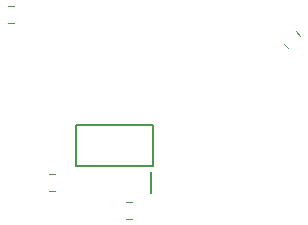
<source format=gbr>
%TF.GenerationSoftware,KiCad,Pcbnew,7.0.5*%
%TF.CreationDate,2023-07-11T15:30:59-04:00*%
%TF.ProjectId,StepperMotor_module_V2_XIAO_RP2040,53746570-7065-4724-9d6f-746f725f6d6f,rev?*%
%TF.SameCoordinates,Original*%
%TF.FileFunction,Legend,Bot*%
%TF.FilePolarity,Positive*%
%FSLAX46Y46*%
G04 Gerber Fmt 4.6, Leading zero omitted, Abs format (unit mm)*
G04 Created by KiCad (PCBNEW 7.0.5) date 2023-07-11 15:30:59*
%MOMM*%
%LPD*%
G01*
G04 APERTURE LIST*
%ADD10C,0.120000*%
%ADD11C,0.200000*%
G04 APERTURE END LIST*
D10*
%TO.C,C5*%
X130761252Y-62015000D02*
X130238748Y-62015000D01*
X130761252Y-63485000D02*
X130238748Y-63485000D01*
D11*
%TO.C,IC1*%
X142500000Y-75550000D02*
X142500000Y-72050000D01*
X142500000Y-72050000D02*
X136000000Y-72050000D01*
X136000000Y-72050000D02*
X136000000Y-75550000D01*
X136000000Y-75550000D02*
X142500000Y-75550000D01*
X142375000Y-77825000D02*
X142375000Y-76075000D01*
D10*
%TO.C,C4*%
X140711252Y-78565000D02*
X140188748Y-78565000D01*
X140711252Y-80035000D02*
X140188748Y-80035000D01*
%TO.C,C1*%
X153931387Y-65570834D02*
X153561920Y-65201367D01*
X154970834Y-64531387D02*
X154601367Y-64161920D01*
%TO.C,C3*%
X134248752Y-77685000D02*
X133726248Y-77685000D01*
X134248752Y-76215000D02*
X133726248Y-76215000D01*
%TD*%
M02*

</source>
